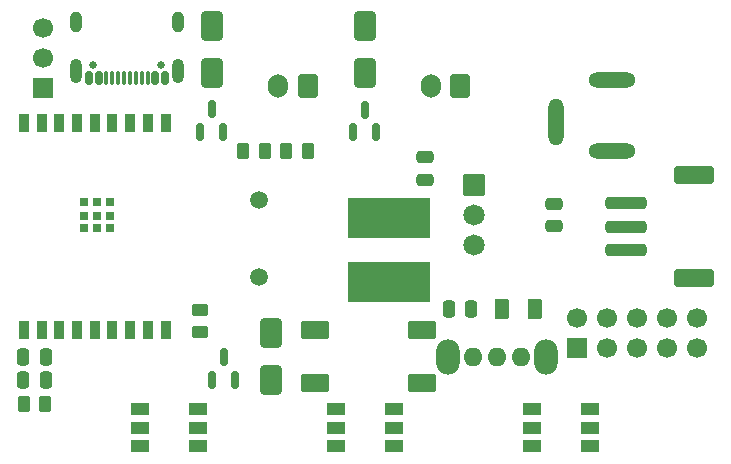
<source format=gbr>
%TF.GenerationSoftware,KiCad,Pcbnew,9.0.2*%
%TF.CreationDate,2025-06-03T14:55:13+02:00*%
%TF.ProjectId,aquarium-lid,61717561-7269-4756-9d2d-6c69642e6b69,2*%
%TF.SameCoordinates,Original*%
%TF.FileFunction,Soldermask,Top*%
%TF.FilePolarity,Negative*%
%FSLAX46Y46*%
G04 Gerber Fmt 4.6, Leading zero omitted, Abs format (unit mm)*
G04 Created by KiCad (PCBNEW 9.0.2) date 2025-06-03 14:55:13*
%MOMM*%
%LPD*%
G01*
G04 APERTURE LIST*
G04 Aperture macros list*
%AMRoundRect*
0 Rectangle with rounded corners*
0 $1 Rounding radius*
0 $2 $3 $4 $5 $6 $7 $8 $9 X,Y pos of 4 corners*
0 Add a 4 corners polygon primitive as box body*
4,1,4,$2,$3,$4,$5,$6,$7,$8,$9,$2,$3,0*
0 Add four circle primitives for the rounded corners*
1,1,$1+$1,$2,$3*
1,1,$1+$1,$4,$5*
1,1,$1+$1,$6,$7*
1,1,$1+$1,$8,$9*
0 Add four rect primitives between the rounded corners*
20,1,$1+$1,$2,$3,$4,$5,0*
20,1,$1+$1,$4,$5,$6,$7,0*
20,1,$1+$1,$6,$7,$8,$9,0*
20,1,$1+$1,$8,$9,$2,$3,0*%
G04 Aperture macros list end*
%ADD10RoundRect,0.250000X-0.475000X0.250000X-0.475000X-0.250000X0.475000X-0.250000X0.475000X0.250000X0*%
%ADD11RoundRect,0.150000X0.150000X-0.587500X0.150000X0.587500X-0.150000X0.587500X-0.150000X-0.587500X0*%
%ADD12RoundRect,0.250000X0.600000X0.750000X-0.600000X0.750000X-0.600000X-0.750000X0.600000X-0.750000X0*%
%ADD13O,1.700000X2.000000*%
%ADD14RoundRect,0.250000X0.450000X-0.262500X0.450000X0.262500X-0.450000X0.262500X-0.450000X-0.262500X0*%
%ADD15R,1.700000X1.700000*%
%ADD16C,1.700000*%
%ADD17RoundRect,0.102000X-0.802500X0.802500X-0.802500X-0.802500X0.802500X-0.802500X0.802500X0.802500X0*%
%ADD18C,1.809000*%
%ADD19R,1.500000X1.100000*%
%ADD20RoundRect,0.250000X-0.250000X-0.475000X0.250000X-0.475000X0.250000X0.475000X-0.250000X0.475000X0*%
%ADD21RoundRect,0.250000X0.262500X0.450000X-0.262500X0.450000X-0.262500X-0.450000X0.262500X-0.450000X0*%
%ADD22RoundRect,0.250000X-0.650000X1.000000X-0.650000X-1.000000X0.650000X-1.000000X0.650000X1.000000X0*%
%ADD23O,4.000000X1.300000*%
%ADD24O,1.300000X4.000000*%
%ADD25RoundRect,0.250000X0.250000X0.475000X-0.250000X0.475000X-0.250000X-0.475000X0.250000X-0.475000X0*%
%ADD26R,7.000000X3.500000*%
%ADD27RoundRect,0.102000X-1.050000X-0.700000X1.050000X-0.700000X1.050000X0.700000X-1.050000X0.700000X0*%
%ADD28C,1.512000*%
%ADD29RoundRect,0.250000X1.500000X-0.250000X1.500000X0.250000X-1.500000X0.250000X-1.500000X-0.250000X0*%
%ADD30RoundRect,0.250001X1.449999X-0.499999X1.449999X0.499999X-1.449999X0.499999X-1.449999X-0.499999X0*%
%ADD31RoundRect,0.250000X-0.262500X-0.450000X0.262500X-0.450000X0.262500X0.450000X-0.262500X0.450000X0*%
%ADD32R,0.900000X1.500000*%
%ADD33R,0.700000X0.700000*%
%ADD34RoundRect,0.250000X-0.375000X-0.625000X0.375000X-0.625000X0.375000X0.625000X-0.375000X0.625000X0*%
%ADD35C,0.650000*%
%ADD36RoundRect,0.150000X0.150000X0.425000X-0.150000X0.425000X-0.150000X-0.425000X0.150000X-0.425000X0*%
%ADD37RoundRect,0.075000X0.075000X0.500000X-0.075000X0.500000X-0.075000X-0.500000X0.075000X-0.500000X0*%
%ADD38O,1.000000X2.100000*%
%ADD39O,1.000000X1.800000*%
%ADD40O,1.600000X1.600000*%
%ADD41O,2.000000X3.000000*%
G04 APERTURE END LIST*
D10*
%TO.C,C2*%
X55050000Y-34100000D03*
X55050000Y-36000000D03*
%TD*%
D11*
%TO.C,Q3*%
X37050000Y-52937500D03*
X38950000Y-52937500D03*
X38000000Y-51062500D03*
%TD*%
D12*
%TO.C,J2*%
X45120000Y-28100000D03*
D13*
X42620000Y-28100000D03*
%TD*%
D14*
%TO.C,R2*%
X36000000Y-48912500D03*
X36000000Y-47087500D03*
%TD*%
D15*
%TO.C,J1*%
X22694589Y-28270286D03*
D16*
X22694589Y-25730286D03*
X22694589Y-23190286D03*
%TD*%
D17*
%TO.C,PS1*%
X59225000Y-36460000D03*
D18*
X59225000Y-39000000D03*
X59225000Y-41540000D03*
%TD*%
D19*
%TO.C,LED3*%
X69037500Y-58600000D03*
X69037500Y-57000000D03*
X69037500Y-55400000D03*
X64137500Y-55400000D03*
X64137500Y-57000000D03*
X64137500Y-58600000D03*
%TD*%
D20*
%TO.C,C3*%
X57050000Y-47000000D03*
X58950000Y-47000000D03*
%TD*%
D15*
%TO.C,J7*%
X67920000Y-50275000D03*
D16*
X67920000Y-47735000D03*
X70460000Y-50275000D03*
X70460000Y-47735000D03*
X73000000Y-50275000D03*
X73000000Y-47735000D03*
X75540000Y-50275000D03*
X75540000Y-47735000D03*
X78080000Y-50275000D03*
X78080000Y-47735000D03*
%TD*%
D21*
%TO.C,R1*%
X22912500Y-55000000D03*
X21087500Y-55000000D03*
%TD*%
D22*
%TO.C,D4*%
X37000000Y-23000000D03*
X37000000Y-27000000D03*
%TD*%
D23*
%TO.C,DC1*%
X70925000Y-27600000D03*
X70925000Y-33600000D03*
D24*
X66125000Y-31100000D03*
%TD*%
D22*
%TO.C,D3*%
X50000000Y-23000000D03*
X50000000Y-27000000D03*
%TD*%
D19*
%TO.C,LED1*%
X35862500Y-58600000D03*
X35862500Y-57000000D03*
X35862500Y-55400000D03*
X30962500Y-55400000D03*
X30962500Y-57000000D03*
X30962500Y-58600000D03*
%TD*%
D25*
%TO.C,C5*%
X22950000Y-51000000D03*
X21050000Y-51000000D03*
%TD*%
D22*
%TO.C,D2*%
X42000000Y-49000000D03*
X42000000Y-53000000D03*
%TD*%
D11*
%TO.C,Q1*%
X36050000Y-31937500D03*
X37950000Y-31937500D03*
X37000000Y-30062500D03*
%TD*%
D26*
%TO.C,L1*%
X52000000Y-39300000D03*
X52000000Y-44700000D03*
%TD*%
D11*
%TO.C,Q2*%
X49000000Y-32000000D03*
X50900000Y-32000000D03*
X49950000Y-30125000D03*
%TD*%
D27*
%TO.C,SW1*%
X45737500Y-48750000D03*
X45737500Y-53250000D03*
X54837500Y-48750000D03*
X54837500Y-53250000D03*
%TD*%
D10*
%TO.C,C1*%
X66000000Y-38050000D03*
X66000000Y-39950000D03*
%TD*%
D28*
%TO.C,LS1*%
X41000000Y-44250000D03*
X41000000Y-37750000D03*
%TD*%
D29*
%TO.C,J4*%
X72050000Y-42000000D03*
X72050000Y-40000000D03*
X72050000Y-38000000D03*
D30*
X77800000Y-44350000D03*
X77800000Y-35650000D03*
%TD*%
D21*
%TO.C,R3*%
X41497347Y-33598526D03*
X39672347Y-33598526D03*
%TD*%
D25*
%TO.C,C4*%
X22950000Y-53000000D03*
X21050000Y-53000000D03*
%TD*%
D31*
%TO.C,R4*%
X43290700Y-33589765D03*
X45115700Y-33589765D03*
%TD*%
D19*
%TO.C,LED2*%
X52450000Y-58600000D03*
X52450000Y-57000000D03*
X52450000Y-55400000D03*
X47550000Y-55400000D03*
X47550000Y-57000000D03*
X47550000Y-58600000D03*
%TD*%
D32*
%TO.C,U1*%
X21100000Y-48750000D03*
X22600000Y-48750000D03*
X24100000Y-48750000D03*
X25600000Y-48750000D03*
X27100000Y-48750000D03*
X28600000Y-48750000D03*
X30100000Y-48750000D03*
X31600000Y-48750000D03*
X33100000Y-48750000D03*
X33100000Y-31250000D03*
X31600000Y-31250000D03*
X30100000Y-31250000D03*
X28600000Y-31250000D03*
X27100000Y-31250000D03*
X25600000Y-31250000D03*
X24100000Y-31250000D03*
X22600000Y-31250000D03*
X21100000Y-31250000D03*
D33*
X26200000Y-40140000D03*
X27300000Y-40140000D03*
X28400000Y-40140000D03*
X26200000Y-39090000D03*
X27300000Y-39090000D03*
X28400000Y-39090000D03*
X26200000Y-37940000D03*
X27300000Y-37940000D03*
X28400000Y-37940000D03*
%TD*%
D34*
%TO.C,F1*%
X61600000Y-47000000D03*
X64400000Y-47000000D03*
%TD*%
D35*
%TO.C,J5*%
X32725000Y-26305000D03*
X26945000Y-26305000D03*
D36*
X33035000Y-27380000D03*
X32235000Y-27380000D03*
D37*
X31085000Y-27380000D03*
X30085000Y-27380000D03*
X29585000Y-27380000D03*
X28585000Y-27380000D03*
D36*
X27435000Y-27380000D03*
X26635000Y-27380000D03*
X26635000Y-27380000D03*
X27435000Y-27380000D03*
D37*
X28085000Y-27380000D03*
X29085000Y-27380000D03*
X30585000Y-27380000D03*
X31585000Y-27380000D03*
D36*
X32235000Y-27380000D03*
X33035000Y-27380000D03*
D38*
X34155000Y-26805000D03*
D39*
X34155000Y-22625000D03*
D38*
X25515000Y-26805000D03*
D39*
X25515000Y-22625000D03*
%TD*%
D12*
%TO.C,J3*%
X58035000Y-28100000D03*
D13*
X55535000Y-28100000D03*
%TD*%
D40*
%TO.C,SW2*%
X63150000Y-51000000D03*
X61150000Y-51000000D03*
X59150000Y-51000000D03*
D41*
X57000000Y-51000000D03*
X65300000Y-51000000D03*
%TD*%
M02*

</source>
